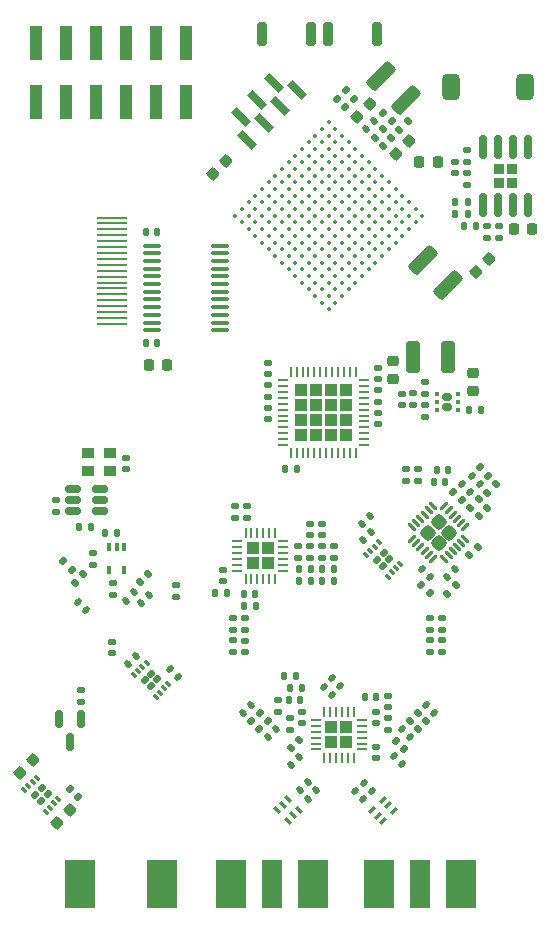
<source format=gbr>
%TF.GenerationSoftware,KiCad,Pcbnew,(6.0.4)*%
%TF.CreationDate,2023-05-16T14:10:18+09:00*%
%TF.ProjectId,RFB,5246422e-6b69-4636-9164-5f7063625858,rev?*%
%TF.SameCoordinates,Original*%
%TF.FileFunction,Paste,Top*%
%TF.FilePolarity,Positive*%
%FSLAX46Y46*%
G04 Gerber Fmt 4.6, Leading zero omitted, Abs format (unit mm)*
G04 Created by KiCad (PCBNEW (6.0.4)) date 2023-05-16 14:10:18*
%MOMM*%
%LPD*%
G01*
G04 APERTURE LIST*
G04 Aperture macros list*
%AMRoundRect*
0 Rectangle with rounded corners*
0 $1 Rounding radius*
0 $2 $3 $4 $5 $6 $7 $8 $9 X,Y pos of 4 corners*
0 Add a 4 corners polygon primitive as box body*
4,1,4,$2,$3,$4,$5,$6,$7,$8,$9,$2,$3,0*
0 Add four circle primitives for the rounded corners*
1,1,$1+$1,$2,$3*
1,1,$1+$1,$4,$5*
1,1,$1+$1,$6,$7*
1,1,$1+$1,$8,$9*
0 Add four rect primitives between the rounded corners*
20,1,$1+$1,$2,$3,$4,$5,0*
20,1,$1+$1,$4,$5,$6,$7,0*
20,1,$1+$1,$6,$7,$8,$9,0*
20,1,$1+$1,$8,$9,$2,$3,0*%
%AMRotRect*
0 Rectangle, with rotation*
0 The origin of the aperture is its center*
0 $1 length*
0 $2 width*
0 $3 Rotation angle, in degrees counterclockwise*
0 Add horizontal line*
21,1,$1,$2,0,0,$3*%
G04 Aperture macros list end*
%ADD10RoundRect,0.160000X-0.245000X-0.160000X0.245000X-0.160000X0.245000X0.160000X-0.245000X0.160000X0*%
%ADD11RoundRect,0.093750X-0.093750X-0.106250X0.093750X-0.106250X0.093750X0.106250X-0.093750X0.106250X0*%
%ADD12RoundRect,0.140000X-0.170000X0.140000X-0.170000X-0.140000X0.170000X-0.140000X0.170000X0.140000X0*%
%ADD13RoundRect,0.135000X-0.135000X-0.185000X0.135000X-0.185000X0.135000X0.185000X-0.135000X0.185000X0*%
%ADD14RoundRect,0.135000X-0.226274X-0.035355X-0.035355X-0.226274X0.226274X0.035355X0.035355X0.226274X0*%
%ADD15R,1.780000X4.190000*%
%ADD16R,2.665000X4.190000*%
%ADD17RoundRect,0.135000X0.185000X-0.135000X0.185000X0.135000X-0.185000X0.135000X-0.185000X-0.135000X0*%
%ADD18R,1.000000X3.000000*%
%ADD19C,0.355600*%
%ADD20RotRect,0.350000X0.700000X45.000000*%
%ADD21R,1.050000X0.950000*%
%ADD22RoundRect,0.135000X0.135000X0.185000X-0.135000X0.185000X-0.135000X-0.185000X0.135000X-0.185000X0*%
%ADD23RoundRect,0.140000X0.021213X-0.219203X0.219203X-0.021213X-0.021213X0.219203X-0.219203X0.021213X0*%
%ADD24RoundRect,0.140000X-0.021213X0.219203X-0.219203X0.021213X0.021213X-0.219203X0.219203X-0.021213X0*%
%ADD25RoundRect,0.135000X0.226274X0.035355X0.035355X0.226274X-0.226274X-0.035355X-0.035355X-0.226274X0*%
%ADD26RoundRect,0.140000X0.140000X0.170000X-0.140000X0.170000X-0.140000X-0.170000X0.140000X-0.170000X0*%
%ADD27RoundRect,0.100000X0.637500X0.100000X-0.637500X0.100000X-0.637500X-0.100000X0.637500X-0.100000X0*%
%ADD28RoundRect,0.140000X0.226274X0.028284X0.028284X0.226274X-0.226274X-0.028284X-0.028284X-0.226274X0*%
%ADD29RoundRect,0.087500X0.185616X-0.061872X-0.061872X0.185616X-0.185616X0.061872X0.061872X-0.185616X0*%
%ADD30RoundRect,0.135000X-0.035355X0.226274X-0.226274X0.035355X0.035355X-0.226274X0.226274X-0.035355X0*%
%ADD31RoundRect,0.225000X0.017678X-0.335876X0.335876X-0.017678X-0.017678X0.335876X-0.335876X0.017678X0*%
%ADD32RoundRect,0.150000X-0.512500X-0.150000X0.512500X-0.150000X0.512500X0.150000X-0.512500X0.150000X0*%
%ADD33RoundRect,0.140000X0.170000X-0.140000X0.170000X0.140000X-0.170000X0.140000X-0.170000X-0.140000X0*%
%ADD34RoundRect,0.140000X-0.226274X-0.028284X-0.028284X-0.226274X0.226274X0.028284X0.028284X0.226274X0*%
%ADD35RoundRect,0.087500X-0.185616X0.061872X0.061872X-0.185616X0.185616X-0.061872X-0.061872X0.185616X0*%
%ADD36RoundRect,0.200000X-0.200000X-0.800000X0.200000X-0.800000X0.200000X0.800000X-0.200000X0.800000X0*%
%ADD37RoundRect,0.140000X-0.140000X-0.170000X0.140000X-0.170000X0.140000X0.170000X-0.140000X0.170000X0*%
%ADD38RoundRect,0.249999X0.290001X-0.290001X0.290001X0.290001X-0.290001X0.290001X-0.290001X-0.290001X0*%
%ADD39RoundRect,0.062500X0.062500X-0.375000X0.062500X0.375000X-0.062500X0.375000X-0.062500X-0.375000X0*%
%ADD40RoundRect,0.062500X0.375000X-0.062500X0.375000X0.062500X-0.375000X0.062500X-0.375000X-0.062500X0*%
%ADD41RoundRect,0.147500X0.017678X-0.226274X0.226274X-0.017678X-0.017678X0.226274X-0.226274X0.017678X0*%
%ADD42RoundRect,0.140000X-0.219203X-0.021213X-0.021213X-0.219203X0.219203X0.021213X0.021213X0.219203X0*%
%ADD43RoundRect,0.249999X0.410123X0.000000X0.000000X0.410123X-0.410123X0.000000X0.000000X-0.410123X0*%
%ADD44RoundRect,0.062500X0.309359X-0.220971X-0.220971X0.309359X-0.309359X0.220971X0.220971X-0.309359X0*%
%ADD45RoundRect,0.062500X0.309359X0.220971X0.220971X0.309359X-0.309359X-0.220971X-0.220971X-0.309359X0*%
%ADD46RoundRect,0.147500X0.226274X0.017678X0.017678X0.226274X-0.226274X-0.017678X-0.017678X-0.226274X0*%
%ADD47R,2.600000X0.280000*%
%ADD48RoundRect,0.225000X0.225000X0.250000X-0.225000X0.250000X-0.225000X-0.250000X0.225000X-0.250000X0*%
%ADD49RoundRect,0.135000X0.035355X-0.226274X0.226274X-0.035355X-0.035355X0.226274X-0.226274X0.035355X0*%
%ADD50RoundRect,0.135000X-0.185000X0.135000X-0.185000X-0.135000X0.185000X-0.135000X0.185000X0.135000X0*%
%ADD51RoundRect,0.250000X-0.325000X-1.100000X0.325000X-1.100000X0.325000X1.100000X-0.325000X1.100000X0*%
%ADD52RoundRect,0.140000X0.219203X0.021213X0.021213X0.219203X-0.219203X-0.021213X-0.021213X-0.219203X0*%
%ADD53RotRect,0.350000X0.700000X135.000000*%
%ADD54RoundRect,0.250000X-1.007627X-0.548008X-0.548008X-1.007627X1.007627X0.548008X0.548008X1.007627X0*%
%ADD55RoundRect,0.225000X0.250000X-0.225000X0.250000X0.225000X-0.250000X0.225000X-0.250000X-0.225000X0*%
%ADD56RoundRect,0.249999X0.290001X0.290001X-0.290001X0.290001X-0.290001X-0.290001X0.290001X-0.290001X0*%
%ADD57RoundRect,0.062500X0.375000X0.062500X-0.375000X0.062500X-0.375000X-0.062500X0.375000X-0.062500X0*%
%ADD58RoundRect,0.062500X0.062500X0.375000X-0.062500X0.375000X-0.062500X-0.375000X0.062500X-0.375000X0*%
%ADD59RoundRect,0.375000X-0.375000X-0.725000X0.375000X-0.725000X0.375000X0.725000X-0.375000X0.725000X0*%
%ADD60RotRect,1.750000X0.600000X135.000000*%
%ADD61RoundRect,0.200000X0.200000X0.800000X-0.200000X0.800000X-0.200000X-0.800000X0.200000X-0.800000X0*%
%ADD62RoundRect,0.150000X-0.150000X0.587500X-0.150000X-0.587500X0.150000X-0.587500X0.150000X0.587500X0*%
%ADD63RoundRect,0.225000X-0.225000X-0.250000X0.225000X-0.250000X0.225000X0.250000X-0.225000X0.250000X0*%
%ADD64R,0.400000X0.650000*%
%ADD65RoundRect,0.250000X-0.292217X-0.292217X0.292217X-0.292217X0.292217X0.292217X-0.292217X0.292217X0*%
%ADD66RoundRect,0.062500X-0.375000X-0.062500X0.375000X-0.062500X0.375000X0.062500X-0.375000X0.062500X0*%
%ADD67RoundRect,0.062500X-0.062500X-0.375000X0.062500X-0.375000X0.062500X0.375000X-0.062500X0.375000X0*%
%ADD68RoundRect,0.225000X-0.017678X0.335876X-0.335876X0.017678X0.017678X-0.335876X0.335876X-0.017678X0*%
%ADD69RoundRect,0.232500X-0.232500X0.232500X-0.232500X-0.232500X0.232500X-0.232500X0.232500X0.232500X0*%
%ADD70RoundRect,0.150000X-0.150000X0.825000X-0.150000X-0.825000X0.150000X-0.825000X0.150000X0.825000X0*%
G04 APERTURE END LIST*
D10*
%TO.C,IC9*%
X71096100Y-62784800D03*
X71096100Y-63584800D03*
D11*
X70208600Y-62534800D03*
X70208600Y-63184800D03*
X70208600Y-63834800D03*
X71983600Y-63834800D03*
X71983600Y-63184800D03*
X71983600Y-62534800D03*
%TD*%
D12*
%TO.C,C12*%
X69215000Y-62456000D03*
X69215000Y-61496000D03*
%TD*%
D13*
%TO.C,R57*%
X58394600Y-68884800D03*
X57374600Y-68884800D03*
%TD*%
D14*
%TO.C,R62*%
X38547152Y-76647152D03*
X39268400Y-77368400D03*
%TD*%
D15*
%TO.C,J1*%
X68757800Y-103962200D03*
D16*
X65265300Y-103962200D03*
X72250300Y-103962200D03*
%TD*%
D17*
%TO.C,R55*%
X48133000Y-79656400D03*
X48133000Y-78636400D03*
%TD*%
D18*
%TO.C,J7*%
X48996600Y-37775200D03*
X48996600Y-32735200D03*
X46456600Y-37775200D03*
X46456600Y-32735200D03*
X43916600Y-37775200D03*
X43916600Y-32735200D03*
X41376600Y-37775200D03*
X41376600Y-32735200D03*
X38836600Y-37775200D03*
X38836600Y-32735200D03*
X36296600Y-37775200D03*
X36296600Y-32735200D03*
%TD*%
D19*
%TO.C,U11*%
X61044611Y-39484310D03*
X61610296Y-40049996D03*
X62175981Y-40615681D03*
X62741667Y-41181366D03*
X63307352Y-41747051D03*
X63873037Y-42312737D03*
X64438723Y-42878422D03*
X65004408Y-43444108D03*
X65570094Y-44009793D03*
X66135779Y-44575479D03*
X66701465Y-45141164D03*
X67267150Y-45706849D03*
X67832835Y-46272535D03*
X68398520Y-46838220D03*
X68964206Y-47403905D03*
X60478926Y-40049996D03*
X61044611Y-40615681D03*
X61610296Y-41181366D03*
X62175981Y-41747051D03*
X62741667Y-42312737D03*
X63307352Y-42878422D03*
X63873037Y-43444108D03*
X64438723Y-44009793D03*
X65004408Y-44575479D03*
X65570094Y-45141164D03*
X66135779Y-45706849D03*
X66701465Y-46272535D03*
X67267150Y-46838220D03*
X67832835Y-47403905D03*
X68398520Y-47969590D03*
X59913241Y-40615681D03*
X60478926Y-41181366D03*
X61044611Y-41747051D03*
X61610296Y-42312736D03*
X62175982Y-42878422D03*
X62741667Y-43444107D03*
X63307353Y-44009792D03*
X63873038Y-44575478D03*
X64438724Y-45141163D03*
X65004409Y-45706849D03*
X65570094Y-46272534D03*
X66135780Y-46838220D03*
X66701465Y-47403905D03*
X67267150Y-47969590D03*
X67832835Y-48535275D03*
X59347555Y-41181366D03*
X59913241Y-41747051D03*
X60478926Y-42312736D03*
X61044611Y-42878422D03*
X61610296Y-43444107D03*
X62175982Y-44009792D03*
X62741667Y-44575478D03*
X63307353Y-45141163D03*
X63873038Y-45706849D03*
X64438724Y-46272534D03*
X65004409Y-46838220D03*
X65570094Y-47403905D03*
X66135780Y-47969590D03*
X66701465Y-48535275D03*
X67267150Y-49100961D03*
X58781870Y-41747051D03*
X59347555Y-42312737D03*
X59913240Y-42878422D03*
X60478926Y-43444107D03*
X61044611Y-44009792D03*
X61610296Y-44575478D03*
X62175982Y-45141163D03*
X62741667Y-45706849D03*
X63307353Y-46272534D03*
X63873038Y-46838220D03*
X64438724Y-47403905D03*
X65004409Y-47969590D03*
X65570094Y-48535276D03*
X66135779Y-49100961D03*
X66701465Y-49666646D03*
X58216185Y-42312737D03*
X58781870Y-42878422D03*
X59347555Y-43444107D03*
X59913240Y-44009792D03*
X60478926Y-44575478D03*
X61044611Y-45141163D03*
X61610296Y-45706849D03*
X62175982Y-46272534D03*
X62741667Y-46838220D03*
X63307353Y-47403905D03*
X63873038Y-47969590D03*
X64438724Y-48535276D03*
X65004409Y-49100961D03*
X65570094Y-49666646D03*
X66135779Y-50232331D03*
X57650499Y-42878422D03*
X58216185Y-43444108D03*
X58781869Y-44009792D03*
X59347555Y-44575478D03*
X59913240Y-45141163D03*
X60478926Y-45706849D03*
X61044611Y-46272534D03*
X61610296Y-46838220D03*
X62175982Y-47403905D03*
X62741667Y-47969590D03*
X63307353Y-48535276D03*
X63873038Y-49100961D03*
X64438724Y-49666647D03*
X65004408Y-50232331D03*
X65570094Y-50798017D03*
X57084814Y-43444108D03*
X57650499Y-44009793D03*
X58216184Y-44575478D03*
X58781869Y-45141163D03*
X59347555Y-45706849D03*
X59913240Y-46272534D03*
X60478926Y-46838220D03*
X61044611Y-47403905D03*
X61610296Y-47969590D03*
X62175982Y-48535276D03*
X62741667Y-49100961D03*
X63307353Y-49666647D03*
X63873038Y-50232332D03*
X64438723Y-50798017D03*
X65004408Y-51363702D03*
X56519128Y-44009793D03*
X57084814Y-44575479D03*
X57650498Y-45141163D03*
X58216184Y-45706849D03*
X58781869Y-46272534D03*
X59347555Y-46838220D03*
X59913240Y-47403905D03*
X60478926Y-47969590D03*
X61044611Y-48535276D03*
X61610296Y-49100961D03*
X62175982Y-49666647D03*
X62741667Y-50232332D03*
X63307353Y-50798018D03*
X63873037Y-51363702D03*
X64438723Y-51929388D03*
X55953443Y-44575479D03*
X56519128Y-45141164D03*
X57084813Y-45706849D03*
X57650498Y-46272534D03*
X58216184Y-46838220D03*
X58781869Y-47403905D03*
X59347555Y-47969590D03*
X59913240Y-48535276D03*
X60478926Y-49100961D03*
X61044611Y-49666647D03*
X61610296Y-50232332D03*
X62175982Y-50798018D03*
X62741667Y-51363703D03*
X63307352Y-51929388D03*
X63873037Y-52495073D03*
X55387757Y-45141164D03*
X55953443Y-45706849D03*
X56519128Y-46272534D03*
X57084813Y-46838220D03*
X57650498Y-47403905D03*
X58216184Y-47969590D03*
X58781869Y-48535276D03*
X59347555Y-49100961D03*
X59913240Y-49666647D03*
X60478926Y-50232332D03*
X61044611Y-50798018D03*
X61610296Y-51363703D03*
X62175982Y-51929388D03*
X62741667Y-52495073D03*
X63307352Y-53060759D03*
X54822072Y-45706849D03*
X55387757Y-46272535D03*
X55953442Y-46838220D03*
X56519128Y-47403905D03*
X57084813Y-47969590D03*
X57650498Y-48535276D03*
X58216184Y-49100961D03*
X58781869Y-49666647D03*
X59347555Y-50232332D03*
X59913240Y-50798018D03*
X60478926Y-51363703D03*
X61044611Y-51929388D03*
X61610296Y-52495074D03*
X62175981Y-53060759D03*
X62741667Y-53626444D03*
X54256387Y-46272535D03*
X54822072Y-46838220D03*
X55387757Y-47403905D03*
X55953442Y-47969590D03*
X56519128Y-48535276D03*
X57084813Y-49100961D03*
X57650498Y-49666647D03*
X58216184Y-50232332D03*
X58781869Y-50798018D03*
X59347555Y-51363703D03*
X59913240Y-51929388D03*
X60478926Y-52495074D03*
X61044611Y-53060759D03*
X61610296Y-53626444D03*
X62175981Y-54192129D03*
X53690702Y-46838220D03*
X54256387Y-47403905D03*
X54822072Y-47969590D03*
X55387757Y-48535275D03*
X55953443Y-49100961D03*
X56519128Y-49666646D03*
X57084814Y-50232331D03*
X57650499Y-50798017D03*
X58216185Y-51363702D03*
X58781870Y-51929388D03*
X59347555Y-52495073D03*
X59913241Y-53060759D03*
X60478926Y-53626444D03*
X61044611Y-54192129D03*
X61610296Y-54757814D03*
X53125016Y-47403905D03*
X53690702Y-47969590D03*
X54256387Y-48535275D03*
X54822072Y-49100961D03*
X55387757Y-49666646D03*
X55953443Y-50232331D03*
X56519128Y-50798017D03*
X57084814Y-51363702D03*
X57650499Y-51929388D03*
X58216185Y-52495073D03*
X58781870Y-53060759D03*
X59347555Y-53626444D03*
X59913241Y-54192129D03*
X60478926Y-54757814D03*
X61044611Y-55323500D03*
%TD*%
D17*
%TO.C,R7*%
X75488800Y-49252600D03*
X75488800Y-48232600D03*
%TD*%
D20*
%TO.C,FL3*%
X57576961Y-98607639D03*
X58036581Y-98148020D03*
X58496200Y-97688400D03*
X57612317Y-96804517D03*
X57152697Y-97264136D03*
X56693078Y-97723756D03*
%TD*%
D21*
%TO.C,U1*%
X42504800Y-67524800D03*
X40654800Y-67524800D03*
X40654800Y-68974800D03*
X42504800Y-68974800D03*
%TD*%
D22*
%TO.C,R9*%
X43129200Y-74269600D03*
X42109200Y-74269600D03*
%TD*%
D23*
%TO.C,C74*%
X57868178Y-93896822D03*
X58547000Y-93218000D03*
%TD*%
D24*
%TO.C,C31*%
X44577000Y-79298800D03*
X43898178Y-79977622D03*
%TD*%
D17*
%TO.C,R31*%
X69592000Y-82448400D03*
X69592000Y-81428400D03*
%TD*%
D13*
%TO.C,R21*%
X58511800Y-78329600D03*
X59531800Y-78329600D03*
%TD*%
D25*
%TO.C,R2*%
X62463624Y-38232024D03*
X61742376Y-37510776D03*
%TD*%
D12*
%TO.C,C55*%
X60497000Y-73503600D03*
X60497000Y-74463600D03*
%TD*%
D25*
%TO.C,R46*%
X39827200Y-96647000D03*
X39105952Y-95925752D03*
%TD*%
D26*
%TO.C,C65*%
X65049400Y-88188800D03*
X64089400Y-88188800D03*
%TD*%
D12*
%TO.C,C53*%
X52095400Y-77399000D03*
X52095400Y-78359000D03*
%TD*%
D23*
%TO.C,C153*%
X64227389Y-40065011D03*
X64906211Y-39386189D03*
%TD*%
D27*
%TO.C,IC7*%
X51833800Y-57091200D03*
X51833800Y-56441200D03*
X51833800Y-55791200D03*
X51833800Y-55141200D03*
X51833800Y-54491200D03*
X51833800Y-53841200D03*
X51833800Y-53191200D03*
X51833800Y-52541200D03*
X51833800Y-51891200D03*
X51833800Y-51241200D03*
X51833800Y-50591200D03*
X51833800Y-49941200D03*
X46108800Y-49941200D03*
X46108800Y-50591200D03*
X46108800Y-51241200D03*
X46108800Y-51891200D03*
X46108800Y-52541200D03*
X46108800Y-53191200D03*
X46108800Y-53841200D03*
X46108800Y-54491200D03*
X46108800Y-55141200D03*
X46108800Y-55791200D03*
X46108800Y-56441200D03*
X46108800Y-57091200D03*
%TD*%
D28*
%TO.C,U10*%
X36677600Y-96951800D03*
X36748310Y-95891140D03*
X37243285Y-96386115D03*
X36182625Y-96456825D03*
D29*
X37093025Y-97862200D03*
X37446578Y-97508647D03*
X37800132Y-97155093D03*
X38153685Y-96801540D03*
X36332885Y-94980740D03*
X35979332Y-95334293D03*
X35625778Y-95687847D03*
X35272225Y-96041400D03*
%TD*%
D30*
%TO.C,R6*%
X45745400Y-77698600D03*
X45024152Y-78419848D03*
%TD*%
D31*
%TO.C,C89*%
X38024072Y-98810218D03*
X39120088Y-97714202D03*
%TD*%
D12*
%TO.C,C35*%
X55902900Y-59857800D03*
X55902900Y-60817800D03*
%TD*%
%TO.C,C36*%
X55902900Y-61762800D03*
X55902900Y-62722800D03*
%TD*%
D32*
%TO.C,IC1*%
X39393700Y-70540998D03*
X39393700Y-71490998D03*
X39393700Y-72440998D03*
X41668700Y-72440998D03*
X41668700Y-71490998D03*
X41668700Y-70540998D03*
%TD*%
D24*
%TO.C,C61*%
X59272701Y-95348055D03*
X58593879Y-96026877D03*
%TD*%
D12*
%TO.C,C72*%
X56718200Y-88422600D03*
X56718200Y-89382600D03*
%TD*%
D26*
%TO.C,C101*%
X73479600Y-48260000D03*
X72519600Y-48260000D03*
%TD*%
D17*
%TO.C,R71*%
X69215000Y-64414400D03*
X69215000Y-63394400D03*
%TD*%
D33*
%TO.C,C79*%
X69592000Y-84322800D03*
X69592000Y-83362800D03*
%TD*%
D17*
%TO.C,R13*%
X53924200Y-82452400D03*
X53924200Y-81432400D03*
%TD*%
D12*
%TO.C,C15*%
X42697400Y-83489800D03*
X42697400Y-84449800D03*
%TD*%
D31*
%TO.C,C151*%
X63434592Y-39029008D03*
X64530608Y-37932992D03*
%TD*%
D34*
%TO.C,U22*%
X45964045Y-87220530D03*
X46529730Y-86654845D03*
X46034755Y-86159870D03*
X45469070Y-86725555D03*
D35*
X45619330Y-85249470D03*
X45265777Y-85603023D03*
X44912223Y-85956577D03*
X44558670Y-86310130D03*
X46379470Y-88130930D03*
X46733023Y-87777377D03*
X47086577Y-87423823D03*
X47440130Y-87070270D03*
%TD*%
D17*
%TO.C,R17*%
X58465000Y-76348400D03*
X58465000Y-75328400D03*
%TD*%
D36*
%TO.C,SW2*%
X55380200Y-32029400D03*
X59580200Y-32029400D03*
%TD*%
D13*
%TO.C,R15*%
X53873400Y-80467200D03*
X54893400Y-80467200D03*
%TD*%
D22*
%TO.C,R25*%
X58295000Y-86410800D03*
X57275000Y-86410800D03*
%TD*%
D37*
%TO.C,C82*%
X69926200Y-69926200D03*
X70886200Y-69926200D03*
%TD*%
D38*
%TO.C,U7*%
X55874000Y-76821000D03*
X55874000Y-75571000D03*
X54624000Y-75571000D03*
X54624000Y-76821000D03*
D39*
X53999000Y-78133500D03*
X54499000Y-78133500D03*
X54999000Y-78133500D03*
X55499000Y-78133500D03*
X55999000Y-78133500D03*
X56499000Y-78133500D03*
D40*
X57186500Y-77446000D03*
X57186500Y-76946000D03*
X57186500Y-76446000D03*
X57186500Y-75946000D03*
X57186500Y-75446000D03*
X57186500Y-74946000D03*
D39*
X56499000Y-74258500D03*
X55999000Y-74258500D03*
X55499000Y-74258500D03*
X54999000Y-74258500D03*
X54499000Y-74258500D03*
X53999000Y-74258500D03*
D40*
X53311500Y-74946000D03*
X53311500Y-75446000D03*
X53311500Y-75946000D03*
X53311500Y-76446000D03*
X53311500Y-76946000D03*
X53311500Y-77446000D03*
%TD*%
D33*
%TO.C,C44*%
X65250100Y-65059500D03*
X65250100Y-64099500D03*
%TD*%
D24*
%TO.C,C143*%
X44697022Y-84690578D03*
X44018200Y-85369400D03*
%TD*%
D33*
%TO.C,C51*%
X52908200Y-84322800D03*
X52908200Y-83362800D03*
%TD*%
D12*
%TO.C,C57*%
X59481000Y-75383200D03*
X59481000Y-76343200D03*
%TD*%
D13*
%TO.C,R20*%
X60442200Y-77313600D03*
X61462200Y-77313600D03*
%TD*%
D41*
%TO.C,L7*%
X67912764Y-90162638D03*
X68598658Y-89476744D03*
%TD*%
D12*
%TO.C,C45*%
X65250100Y-60289500D03*
X65250100Y-61249500D03*
%TD*%
D34*
%TO.C,U20*%
X65623645Y-77035130D03*
X65694355Y-75974470D03*
X66189330Y-76469445D03*
X65128670Y-76540155D03*
D35*
X65278930Y-75064070D03*
X64925377Y-75417623D03*
X64571823Y-75771177D03*
X64218270Y-76124730D03*
X66039070Y-77945530D03*
X66392623Y-77591977D03*
X66746177Y-77238423D03*
X67099730Y-76884870D03*
%TD*%
D42*
%TO.C,C86*%
X73134992Y-69466432D03*
X73813814Y-70145254D03*
%TD*%
D33*
%TO.C,C87*%
X43840400Y-68854200D03*
X43840400Y-67894200D03*
%TD*%
D17*
%TO.C,R70*%
X68199000Y-63453200D03*
X68199000Y-62433200D03*
%TD*%
D22*
%TO.C,R65*%
X72798400Y-47244000D03*
X71778400Y-47244000D03*
%TD*%
D42*
%TO.C,C81*%
X68926389Y-77282989D03*
X69605211Y-77961811D03*
%TD*%
D37*
%TO.C,C95*%
X45544800Y-58216800D03*
X46504800Y-58216800D03*
%TD*%
D26*
%TO.C,C100*%
X46507400Y-48793400D03*
X45547400Y-48793400D03*
%TD*%
D43*
%TO.C,U9*%
X71241883Y-74249317D03*
X70358000Y-73365434D03*
X69474117Y-74249317D03*
X70358000Y-75133200D03*
D44*
X70844136Y-76503220D03*
X71197689Y-76149666D03*
X71551243Y-75796113D03*
X71904796Y-75442560D03*
X72258349Y-75089006D03*
X72611903Y-74735453D03*
D45*
X72611903Y-73763181D03*
X72258349Y-73409628D03*
X71904796Y-73056074D03*
X71551243Y-72702521D03*
X71197689Y-72348968D03*
X70844136Y-71995414D03*
D44*
X69871864Y-71995414D03*
X69518311Y-72348968D03*
X69164757Y-72702521D03*
X68811204Y-73056074D03*
X68457651Y-73409628D03*
X68104097Y-73763181D03*
D45*
X68104097Y-74735453D03*
X68457651Y-75089006D03*
X68811204Y-75442560D03*
X69164757Y-75796113D03*
X69518311Y-76149666D03*
X69871864Y-76503220D03*
%TD*%
D24*
%TO.C,C47*%
X56565800Y-90881200D03*
X55886978Y-91560022D03*
%TD*%
D42*
%TO.C,C85*%
X72313800Y-70078600D03*
X72992622Y-70757422D03*
%TD*%
D13*
%TO.C,R16*%
X51407600Y-79349600D03*
X52427600Y-79349600D03*
%TD*%
D33*
%TO.C,C1*%
X37947600Y-72463600D03*
X37947600Y-71503600D03*
%TD*%
D46*
%TO.C,L4*%
X55883301Y-90162781D03*
X55197407Y-89476887D03*
%TD*%
D37*
%TO.C,C52*%
X53873400Y-79451200D03*
X54833400Y-79451200D03*
%TD*%
D47*
%TO.C,J4*%
X42672000Y-56554000D03*
X42672000Y-56054000D03*
X42672000Y-55554000D03*
X42672000Y-55054000D03*
X42672000Y-54554000D03*
X42672000Y-54054000D03*
X42672000Y-53554000D03*
X42672000Y-53054000D03*
X42672000Y-52554000D03*
X42672000Y-52054000D03*
X42672000Y-51554000D03*
X42672000Y-51054000D03*
X42672000Y-50554000D03*
X42672000Y-50054000D03*
X42672000Y-49554000D03*
X42672000Y-49054000D03*
X42672000Y-48554000D03*
X42672000Y-48054000D03*
X42672000Y-47554000D03*
%TD*%
D12*
%TO.C,C58*%
X60497000Y-75388400D03*
X60497000Y-76348400D03*
%TD*%
D48*
%TO.C,C109*%
X70269400Y-42875200D03*
X68719400Y-42875200D03*
%TD*%
D49*
%TO.C,R39*%
X72948800Y-76149200D03*
X73670048Y-75427952D03*
%TD*%
D33*
%TO.C,C16*%
X42773600Y-79496800D03*
X42773600Y-78536800D03*
%TD*%
D50*
%TO.C,R42*%
X54160200Y-72001000D03*
X54160200Y-73021000D03*
%TD*%
D24*
%TO.C,C123*%
X64550611Y-72837989D03*
X63871789Y-73516811D03*
%TD*%
D51*
%TO.C,C91*%
X71123600Y-59385200D03*
X68173600Y-59385200D03*
%TD*%
D52*
%TO.C,C77*%
X69997456Y-89478017D03*
X69318634Y-88799195D03*
%TD*%
%TO.C,C129*%
X48294668Y-86435076D03*
X47615846Y-85756254D03*
%TD*%
D37*
%TO.C,C83*%
X70182800Y-68935600D03*
X71142800Y-68935600D03*
%TD*%
D12*
%TO.C,C66*%
X58748800Y-89417200D03*
X58748800Y-90377200D03*
%TD*%
D52*
%TO.C,C71*%
X67252222Y-93820622D03*
X66573400Y-93141800D03*
%TD*%
D53*
%TO.C,FL2*%
X66545303Y-97782278D03*
X66085684Y-97322658D03*
X65626064Y-96863039D03*
X64742181Y-97746922D03*
X65201800Y-98206542D03*
X65661420Y-98666161D03*
%TD*%
D54*
%TO.C,C147*%
X65505017Y-35533017D03*
X67590983Y-37618983D03*
%TD*%
D42*
%TO.C,C64*%
X60604157Y-87288599D03*
X61282979Y-87967421D03*
%TD*%
D48*
%TO.C,C33*%
X78295800Y-48539400D03*
X76745800Y-48539400D03*
%TD*%
D17*
%TO.C,R60*%
X74472800Y-49252600D03*
X74472800Y-48232600D03*
%TD*%
D50*
%TO.C,R28*%
X66040000Y-89939400D03*
X66040000Y-90959400D03*
%TD*%
D52*
%TO.C,C63*%
X62001400Y-87249000D03*
X61322578Y-86570178D03*
%TD*%
D17*
%TO.C,R30*%
X70608000Y-82452400D03*
X70608000Y-81432400D03*
%TD*%
D24*
%TO.C,C133*%
X64661422Y-74174978D03*
X63982600Y-74853800D03*
%TD*%
D55*
%TO.C,C120*%
X73228200Y-62280800D03*
X73228200Y-60730800D03*
%TD*%
D54*
%TO.C,C9*%
X69061017Y-51179417D03*
X71146983Y-53265383D03*
%TD*%
D49*
%TO.C,R38*%
X73731176Y-72852224D03*
X74452424Y-72130976D03*
%TD*%
D31*
%TO.C,C148*%
X66761992Y-42204008D03*
X67858008Y-41107992D03*
%TD*%
D52*
%TO.C,C60*%
X64678897Y-96070916D03*
X64000075Y-95392094D03*
%TD*%
D23*
%TO.C,C62*%
X59315978Y-96741622D03*
X59994800Y-96062800D03*
%TD*%
D56*
%TO.C,U8*%
X62523400Y-91967400D03*
X61273400Y-91967400D03*
X61273400Y-90717400D03*
X62523400Y-90717400D03*
D57*
X63835900Y-92592400D03*
X63835900Y-92092400D03*
X63835900Y-91592400D03*
X63835900Y-91092400D03*
X63835900Y-90592400D03*
X63835900Y-90092400D03*
D58*
X63148400Y-89404900D03*
X62648400Y-89404900D03*
X62148400Y-89404900D03*
X61648400Y-89404900D03*
X61148400Y-89404900D03*
X60648400Y-89404900D03*
D57*
X59960900Y-90092400D03*
X59960900Y-90592400D03*
X59960900Y-91092400D03*
X59960900Y-91592400D03*
X59960900Y-92092400D03*
X59960900Y-92592400D03*
D58*
X60648400Y-93279900D03*
X61148400Y-93279900D03*
X61648400Y-93279900D03*
X62148400Y-93279900D03*
X62648400Y-93279900D03*
X63148400Y-93279900D03*
%TD*%
D30*
%TO.C,R8*%
X40264024Y-77744376D03*
X39542776Y-78465624D03*
%TD*%
D50*
%TO.C,R40*%
X68605400Y-68804600D03*
X68605400Y-69824600D03*
%TD*%
D30*
%TO.C,R49*%
X67746824Y-39415776D03*
X67025576Y-40137024D03*
%TD*%
D46*
%TO.C,L5*%
X55164881Y-90881200D03*
X54478987Y-90195306D03*
%TD*%
D13*
%TO.C,R24*%
X57781000Y-87426800D03*
X58801000Y-87426800D03*
%TD*%
D17*
%TO.C,R43*%
X53144200Y-73021000D03*
X53144200Y-72001000D03*
%TD*%
D22*
%TO.C,R22*%
X61464200Y-78329600D03*
X60444200Y-78329600D03*
%TD*%
D17*
%TO.C,R14*%
X52908200Y-82450400D03*
X52908200Y-81430400D03*
%TD*%
D23*
%TO.C,C14*%
X45168178Y-80206222D03*
X45847000Y-79527400D03*
%TD*%
D41*
%TO.C,D2*%
X65671653Y-41490947D03*
X66357547Y-40805053D03*
%TD*%
D17*
%TO.C,R45*%
X40081200Y-88544401D03*
X40081200Y-87524401D03*
%TD*%
D31*
%TO.C,C106*%
X73482200Y-52146200D03*
X74578216Y-51050184D03*
%TD*%
D33*
%TO.C,C78*%
X70608000Y-84322800D03*
X70608000Y-83362800D03*
%TD*%
D25*
%TO.C,R35*%
X74533648Y-69428248D03*
X73812400Y-68707000D03*
%TD*%
D41*
%TO.C,L6*%
X68632881Y-90879362D03*
X69318775Y-90193468D03*
%TD*%
D52*
%TO.C,C18*%
X40462200Y-80822800D03*
X39783378Y-80143978D03*
%TD*%
D59*
%TO.C,L8*%
X71399000Y-36474400D03*
X77699000Y-36474400D03*
%TD*%
D60*
%TO.C,J5*%
X54123398Y-40967039D03*
X53593068Y-39022495D03*
X55537612Y-39552825D03*
X55007282Y-37608282D03*
X56951825Y-38138612D03*
X56421495Y-36194068D03*
X58366039Y-36724398D03*
%TD*%
D61*
%TO.C,SW3*%
X65168200Y-32029400D03*
X60968200Y-32029400D03*
%TD*%
D49*
%TO.C,R37*%
X74472800Y-70866000D03*
X75194048Y-70144752D03*
%TD*%
D13*
%TO.C,R1*%
X39876000Y-73736200D03*
X40896000Y-73736200D03*
%TD*%
D22*
%TO.C,R19*%
X59533800Y-77313600D03*
X58513800Y-77313600D03*
%TD*%
D24*
%TO.C,C49*%
X54480542Y-88799619D03*
X53801720Y-89478441D03*
%TD*%
D14*
%TO.C,R4*%
X65648952Y-38699552D03*
X66370200Y-39420800D03*
%TD*%
D15*
%TO.C,J2*%
X56235600Y-103987600D03*
D16*
X59728100Y-103987600D03*
X52743100Y-103987600D03*
%TD*%
D12*
%TO.C,C130*%
X67208400Y-62461200D03*
X67208400Y-63421200D03*
%TD*%
D62*
%TO.C,Q1*%
X40066000Y-90045300D03*
X38166000Y-90045300D03*
X39116000Y-91920300D03*
%TD*%
D63*
%TO.C,C119*%
X45821600Y-60045600D03*
X47371600Y-60045600D03*
%TD*%
D30*
%TO.C,R36*%
X73736200Y-71424800D03*
X73014952Y-72146048D03*
%TD*%
D64*
%TO.C,U5*%
X43728397Y-75472400D03*
X43078397Y-75472400D03*
X42428397Y-75472400D03*
X42428397Y-77372400D03*
X43728397Y-77372400D03*
%TD*%
D23*
%TO.C,C80*%
X71094600Y-77978000D03*
X71773422Y-77299178D03*
%TD*%
D12*
%TO.C,C37*%
X55902900Y-63665100D03*
X55902900Y-64625100D03*
%TD*%
D26*
%TO.C,C67*%
X58648600Y-88442800D03*
X57688600Y-88442800D03*
%TD*%
D25*
%TO.C,R34*%
X72313800Y-71501000D03*
X71592552Y-70779752D03*
%TD*%
D49*
%TO.C,R32*%
X71094600Y-79400400D03*
X71815848Y-78679152D03*
%TD*%
D55*
%TO.C,C139*%
X66522600Y-61252400D03*
X66522600Y-59702400D03*
%TD*%
D12*
%TO.C,C93*%
X72720200Y-43817600D03*
X72720200Y-44777600D03*
%TD*%
D17*
%TO.C,R41*%
X67589400Y-69828600D03*
X67589400Y-68808600D03*
%TD*%
D65*
%TO.C,IC3*%
X62489000Y-62159000D03*
X59939000Y-65984000D03*
X58664000Y-64709000D03*
X58664000Y-62159000D03*
X59939000Y-62159000D03*
X61214000Y-65984000D03*
X61214000Y-63434000D03*
X59939000Y-63434000D03*
X62489000Y-65984000D03*
X61214000Y-62159000D03*
X62489000Y-63434000D03*
X62489000Y-64709000D03*
X58664000Y-65984000D03*
X61214000Y-64709000D03*
X59939000Y-64709000D03*
X58664000Y-63434000D03*
D66*
X57139000Y-61321500D03*
X57139000Y-61821500D03*
X57139000Y-62321500D03*
X57139000Y-62821500D03*
X57139000Y-63321500D03*
X57139000Y-63821500D03*
X57139000Y-64321500D03*
X57139000Y-64821500D03*
X57139000Y-65321500D03*
X57139000Y-65821500D03*
X57139000Y-66321500D03*
X57139000Y-66821500D03*
D67*
X57826500Y-67509000D03*
X58326500Y-67509000D03*
X58826500Y-67509000D03*
X59326500Y-67509000D03*
X59826500Y-67509000D03*
X60326500Y-67509000D03*
X60826500Y-67509000D03*
X61326500Y-67509000D03*
X61826500Y-67509000D03*
X62326500Y-67509000D03*
X62826500Y-67509000D03*
X63326500Y-67509000D03*
D66*
X64014000Y-66821500D03*
X64014000Y-66321500D03*
X64014000Y-65821500D03*
X64014000Y-65321500D03*
X64014000Y-64821500D03*
X64014000Y-64321500D03*
X64014000Y-63821500D03*
X64014000Y-63321500D03*
X64014000Y-62821500D03*
X64014000Y-62321500D03*
X64014000Y-61821500D03*
X64014000Y-61321500D03*
D67*
X63326500Y-60634000D03*
X62826500Y-60634000D03*
X62326500Y-60634000D03*
X61826500Y-60634000D03*
X61326500Y-60634000D03*
X60826500Y-60634000D03*
X60326500Y-60634000D03*
X59826500Y-60634000D03*
X59326500Y-60634000D03*
X58826500Y-60634000D03*
X58326500Y-60634000D03*
X57826500Y-60634000D03*
%TD*%
D14*
%TO.C,R33*%
X68874752Y-78653752D03*
X69596000Y-79375000D03*
%TD*%
D30*
%TO.C,R27*%
X58547000Y-91770200D03*
X57825752Y-92491448D03*
%TD*%
D12*
%TO.C,C46*%
X65250100Y-62191900D03*
X65250100Y-63151900D03*
%TD*%
D50*
%TO.C,R29*%
X57734200Y-89914000D03*
X57734200Y-90934000D03*
%TD*%
D68*
%TO.C,C149*%
X52364008Y-42758992D03*
X51267992Y-43855008D03*
%TD*%
D42*
%TO.C,C59*%
X63285332Y-96114191D03*
X63964154Y-96793013D03*
%TD*%
D12*
%TO.C,C73*%
X66040000Y-88064400D03*
X66040000Y-89024400D03*
%TD*%
D17*
%TO.C,R56*%
X72720200Y-42877200D03*
X72720200Y-41857200D03*
%TD*%
D50*
%TO.C,R10*%
X41122600Y-75916600D03*
X41122600Y-76936600D03*
%TD*%
D52*
%TO.C,C75*%
X67912622Y-91560022D03*
X67233800Y-90881200D03*
%TD*%
D17*
%TO.C,R18*%
X61513000Y-76348400D03*
X61513000Y-75328400D03*
%TD*%
D41*
%TO.C,D3*%
X64960453Y-40779747D03*
X65646347Y-40093853D03*
%TD*%
D69*
%TO.C,U6*%
X76571800Y-44593200D03*
X75421800Y-44593200D03*
X76571800Y-43443200D03*
X75421800Y-43443200D03*
D70*
X77901800Y-41543200D03*
X76631800Y-41543200D03*
X75361800Y-41543200D03*
X74091800Y-41543200D03*
X74091800Y-46493200D03*
X75361800Y-46493200D03*
X76631800Y-46493200D03*
X77901800Y-46493200D03*
%TD*%
D12*
%TO.C,C68*%
X65048000Y-89417200D03*
X65048000Y-90377200D03*
%TD*%
%TO.C,C90*%
X71704200Y-42852400D03*
X71704200Y-43812400D03*
%TD*%
D33*
%TO.C,C50*%
X53924200Y-84328000D03*
X53924200Y-83368000D03*
%TD*%
D31*
%TO.C,C88*%
X34884992Y-94553408D03*
X35981008Y-93457392D03*
%TD*%
D14*
%TO.C,R26*%
X66715752Y-91861752D03*
X67437000Y-92583000D03*
%TD*%
D25*
%TO.C,R3*%
X63200224Y-37495424D03*
X62478976Y-36774176D03*
%TD*%
D33*
%TO.C,C70*%
X65049400Y-93314400D03*
X65049400Y-92354400D03*
%TD*%
D12*
%TO.C,C54*%
X59481000Y-73503600D03*
X59481000Y-74463600D03*
%TD*%
D13*
%TO.C,R59*%
X72798400Y-46228000D03*
X71778400Y-46228000D03*
%TD*%
D22*
%TO.C,R53*%
X72923400Y-63830200D03*
X73943400Y-63830200D03*
%TD*%
D16*
%TO.C,J3*%
X39954200Y-103987600D03*
X46939200Y-103987600D03*
%TD*%
M02*

</source>
